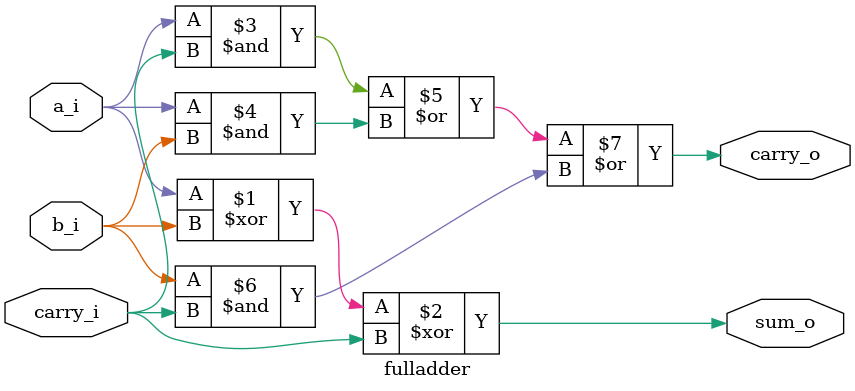
<source format=sv>
module fulladder(
    input logic a_i,
    input logic b_i,
    input logic carry_i,
    
    output logic sum_o,
    output logic carry_o
);


    assign sum_o = (a_i ^ b_i) ^ carry_i;
    
    assign carry_o = ((a_i & carry_i) | (a_i & b_i)) | (b_i & carry_i); 
        
endmodule

</source>
